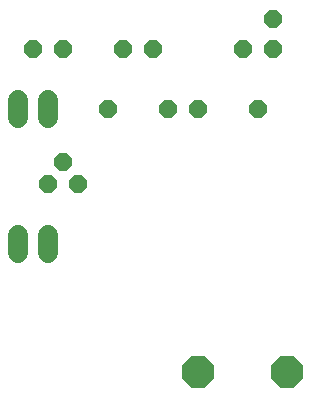
<source format=gbr>
G04 EAGLE Gerber RS-274X export*
G75*
%MOMM*%
%FSLAX34Y34*%
%LPD*%
%INSoldermask Bottom*%
%IPPOS*%
%AMOC8*
5,1,8,0,0,1.08239X$1,22.5*%
G01*
%ADD10P,2.969212X8X22.500000*%
%ADD11C,1.727200*%
%ADD12P,1.649562X8X22.500000*%


D10*
X191008Y184150D03*
X266192Y184150D03*
D11*
X38100Y284480D02*
X38100Y299720D01*
X63500Y299720D02*
X63500Y284480D01*
D12*
X50800Y457200D03*
X76200Y457200D03*
X127000Y457200D03*
X152400Y457200D03*
D11*
X38100Y414020D02*
X38100Y398780D01*
X63500Y398780D02*
X63500Y414020D01*
D12*
X88900Y342900D03*
X76200Y361950D03*
X63500Y342900D03*
X228600Y457200D03*
X254000Y457200D03*
X254000Y482600D03*
X190500Y406400D03*
X241300Y406400D03*
X114300Y406400D03*
X165100Y406400D03*
M02*

</source>
